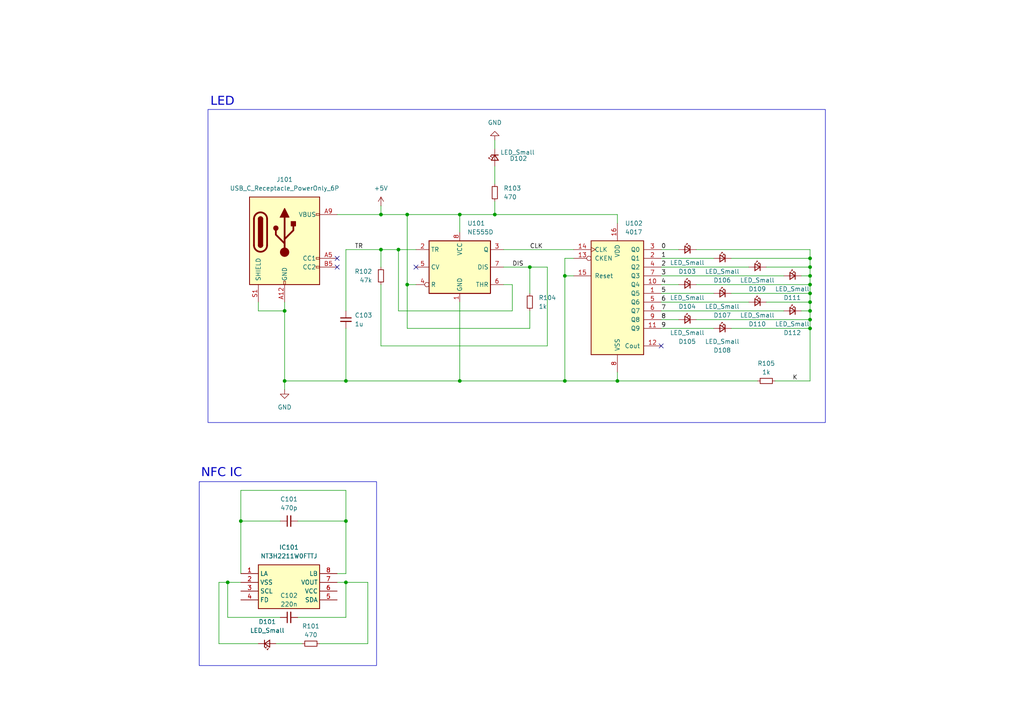
<source format=kicad_sch>
(kicad_sch (version 20250114) (generator "eeschema") (generator_version "9.0")
  (paper "A4")
  (lib_symbols
    (symbol "4xxx:4017" (pin_names (offset 1.016))
      (property "Reference" "U" (at -7.62 16.51 0))
      (property "Value" "4017" (at -7.62 -19.05 0))
      (symbol "4017_1_0"
        (pin input clock (at -12.7 12.7 0) (length 5.08) (name "CLK") (number "14"))
        (pin input inverted (at -12.7 10.16 0) (length 5.08) (name "CKEN") (number "13"))
        (pin input line (at -12.7 5.08 0) (length 5.08) (name "Reset") (number "15"))
        (pin power_in line (at 0 20.32 270) (length 5.08) (name "VDD") (number "16"))
        (pin power_in line (at 0 -22.86 90) (length 5.08) (name "VSS") (number "8"))
        (pin output line (at 12.7 12.7 180) (length 5.08) (name "Q0") (number "3"))
        (pin output line (at 12.7 10.16 180) (length 5.08) (name "Q1") (number "2"))
        (pin output line (at 12.7 7.62 180) (length 5.08) (name "Q2") (number "4"))
        (pin output line (at 12.7 5.08 180) (length 5.08) (name "Q3") (number "7"))
        (pin output line (at 12.7 2.54 180) (length 5.08) (name "Q4") (number "10"))
        (pin output line (at 12.7 0 180) (length 5.08) (name "Q5") (number "1"))
        (pin output line (at 12.7 -2.54 180) (length 5.08) (name "Q6") (number "5"))
        (pin output line (at 12.7 -5.08 180) (length 5.08) (name "Q7") (number "6"))
        (pin output line (at 12.7 -7.62 180) (length 5.08) (name "Q8") (number "9"))
        (pin output line (at 12.7 -10.16 180) (length 5.08) (name "Q9") (number "11"))
        (pin output line (at 12.7 -15.24 180) (length 5.08) (name "Cout") (number "12"))
      )
      (symbol "4017_1_1"
        (rectangle (start -7.62 15.24) (end 7.62 -17.78) (stroke (width 0.254)) (fill (type background)))
      )
    )
    (symbol "Connector:USB_C_Receptacle_PowerOnly_6P" (pin_names (offset 1.016))
      (property "Reference" "J" (at 0 16.51 0))
      (property "Value" "USB_C_Receptacle_PowerOnly_6P" (at 0 13.97 0))
      (symbol "USB_C_Receptacle_PowerOnly_6P_0_0"
        (rectangle (start -0.254 -12.7) (end 0.254 -11.684))
        (rectangle (start 10.16 7.874) (end 9.144 7.366))
        (rectangle (start 10.16 -4.826) (end 9.144 -5.334))
        (rectangle (start 10.16 -7.366) (end 9.144 -7.874))
      )
      (symbol "USB_C_Receptacle_PowerOnly_6P_0_1"
        (rectangle (start -10.16 12.7) (end 10.16 -12.7) (stroke (width 0.254)) (fill (type background)))
        (polyline (pts (xy -8.89 -1.27) (xy -8.89 6.35)) (stroke (width 0.508)))
        (rectangle (start -7.62 -1.27) (end -6.35 6.35) (stroke (width 0.254)) (fill (type outline)))
        (arc (start -7.62 6.35) (mid -6.985 6.9823) (end -6.35 6.35) (stroke (width 0.254)))
        (arc (start -7.62 6.35) (mid -6.985 6.9823) (end -6.35 6.35) (stroke (width 0.254)) (fill (type outline)))
        (arc (start -8.89 6.35) (mid -6.985 8.2467) (end -5.08 6.35) (stroke (width 0.508)))
        (arc (start -5.08 -1.27) (mid -6.985 -3.1667) (end -8.89 -1.27) (stroke (width 0.508)))
        (arc (start -6.35 -1.27) (mid -6.985 -1.9023) (end -7.62 -1.27) (stroke (width 0.254)))
        (arc (start -6.35 -1.27) (mid -6.985 -1.9023) (end -7.62 -1.27) (stroke (width 0.254)) (fill (type outline)))
        (polyline (pts (xy -5.08 6.35) (xy -5.08 -1.27)) (stroke (width 0.508)))
        (circle (center -2.54 3.683) (radius 0.635) (stroke (width 0.254)) (fill (type outline)))
        (polyline (pts (xy -1.27 6.858) (xy 0 9.398) (xy 1.27 6.858) (xy -1.27 6.858)) (stroke (width 0.254)) (fill (type outline)))
        (polyline (pts (xy 0 0.508) (xy 2.54 3.048) (xy 2.54 4.318)) (stroke (width 0.508)))
        (polyline (pts (xy 0 -0.762) (xy -2.54 1.778) (xy -2.54 3.048)) (stroke (width 0.508)))
        (polyline (pts (xy 0 -3.302) (xy 0 6.858)) (stroke (width 0.508)))
        (circle (center 0 -3.302) (radius 1.27) (fill (type outline)))
        (rectangle (start 1.905 4.318) (end 3.175 5.588) (stroke (width 0.254)) (fill (type outline)))
      )
      (symbol "USB_C_Receptacle_PowerOnly_6P_1_1"
        (pin passive line (at -7.62 -17.78 90) (length 5.08) (name "SHIELD") (number "S1"))
        (pin passive line (at 0 -17.78 90) (length 5.08) (name "GND") (number "A12"))
        (pin passive line (at 0 -17.78 90) (length 5.08) (hide yes) (name "GND") (number "B12"))
        (pin passive line (at 15.24 7.62 180) (length 5.08) (name "VBUS") (number "A9"))
        (pin passive line (at 15.24 7.62 180) (length 5.08) (hide yes) (name "VBUS") (number "B9"))
        (pin bidirectional line (at 15.24 -5.08 180) (length 5.08) (name "CC1") (number "A5"))
        (pin bidirectional line (at 15.24 -7.62 180) (length 5.08) (name "CC2") (number "B5"))
      )
    )
    (symbol "Device:C_Small" (pin_numbers (hide yes)) (pin_names (offset 0.254) (hide yes))
      (property "Reference" "C" (at 0.254 1.778 0))
      (property "Value" "C_Small" (at 0.254 -2.032 0))
      (symbol "C_Small_0_1"
        (polyline (pts (xy -1.524 0.508) (xy 1.524 0.508)) (stroke (width 0.3048)))
        (polyline (pts (xy -1.524 -0.508) (xy 1.524 -0.508)) (stroke (width 0.3302)))
      )
      (symbol "C_Small_1_1"
        (pin passive line (at 0 2.54 270) (length 2.032) (name "~") (number "1"))
        (pin passive line (at 0 -2.54 90) (length 2.032) (name "~") (number "2"))
      )
    )
    (symbol "Device:LED_Small" (pin_numbers (hide yes)) (pin_names (offset 0.254) (hide yes))
      (property "Reference" "D" (at -1.27 3.175 0))
      (property "Value" "LED_Small" (at -4.445 -2.54 0))
      (symbol "LED_Small_0_1"
        (polyline (pts (xy -0.762 -1.016) (xy -0.762 1.016)) (stroke (width 0.254)))
        (polyline (pts (xy 0 0.762) (xy -0.508 1.27) (xy -0.254 1.27) (xy -0.508 1.27) (xy -0.508 1.016)))
        (polyline (pts (xy 0.508 1.27) (xy 0 1.778) (xy 0.254 1.778) (xy 0 1.778) (xy 0 1.524)))
        (polyline (pts (xy 0.762 -1.016) (xy -0.762 0) (xy 0.762 1.016) (xy 0.762 -1.016)) (stroke (width 0.254)))
        (polyline (pts (xy 1.016 0) (xy -0.762 0)))
      )
      (symbol "LED_Small_1_1"
        (pin passive line (at -2.54 0 0) (length 1.778) (name "K") (number "1"))
        (pin passive line (at 2.54 0 180) (length 1.778) (name "A") (number "2"))
      )
    )
    (symbol "Device:R_Small" (pin_numbers (hide yes)) (pin_names (offset 0.254) (hide yes))
      (property "Reference" "R" (at 0.762 0.508 0))
      (property "Value" "R_Small" (at 0.762 -1.016 0))
      (symbol "R_Small_0_1"
        (rectangle (start -0.762 1.778) (end 0.762 -1.778) (stroke (width 0.2032)))
      )
      (symbol "R_Small_1_1"
        (pin passive line (at 0 2.54 270) (length 0.762) (name "~") (number "1"))
        (pin passive line (at 0 -2.54 90) (length 0.762) (name "~") (number "2"))
      )
    )
    (symbol "NT3H2211W0FTTJ:NT3H2211W0FTTJ"
      (property "Reference" "IC" (at 24.13 7.62 0))
      (property "Value" "NT3H2211W0FTTJ" (at 24.13 5.08 0))
      (symbol "NT3H2211W0FTTJ_1_1"
        (rectangle (start 5.08 2.54) (end 22.86 -10.16) (stroke (width 0.254)) (fill (type background)))
        (pin passive line (at 0 0 0) (length 5.08) (name "LA") (number "1"))
        (pin passive line (at 0 -2.54 0) (length 5.08) (name "VSS") (number "2"))
        (pin passive line (at 0 -5.08 0) (length 5.08) (name "SCL") (number "3"))
        (pin passive line (at 0 -7.62 0) (length 5.08) (name "FD") (number "4"))
        (pin passive line (at 27.94 0 180) (length 5.08) (name "LB") (number "8"))
        (pin passive line (at 27.94 -2.54 180) (length 5.08) (name "VOUT") (number "7"))
        (pin passive line (at 27.94 -5.08 180) (length 5.08) (name "VCC") (number "6"))
        (pin passive line (at 27.94 -7.62 180) (length 5.08) (name "SDA") (number "5"))
      )
    )
    (symbol "Timer:NE555D"
      (property "Reference" "U" (at -10.16 8.89 0))
      (property "Value" "NE555D" (at 2.54 8.89 0))
      (symbol "NE555D_0_0"
        (pin power_in line (at 0 10.16 270) (length 2.54) (name "VCC") (number "8"))
        (pin power_in line (at 0 -10.16 90) (length 2.54) (name "GND") (number "1"))
      )
      (symbol "NE555D_0_1"
        (rectangle (start -8.89 -7.62) (end 8.89 7.62) (stroke (width 0.254)) (fill (type background)))
        (rectangle (start -8.89 -7.62) (end 8.89 7.62) (stroke (width 0.254)) (fill (type background)))
      )
      (symbol "NE555D_1_1"
        (pin input line (at -12.7 5.08 0) (length 3.81) (name "TR") (number "2"))
        (pin input line (at -12.7 0 0) (length 3.81) (name "CV") (number "5"))
        (pin input inverted (at -12.7 -5.08 0) (length 3.81) (name "R") (number "4"))
        (pin output line (at 12.7 5.08 180) (length 3.81) (name "Q") (number "3"))
        (pin input line (at 12.7 0 180) (length 3.81) (name "DIS") (number "7"))
        (pin input line (at 12.7 -5.08 180) (length 3.81) (name "THR") (number "6"))
      )
    )
    (symbol "power:+5V" (power) (pin_numbers (hide yes)) (pin_names (offset 0) (hide yes))
      (property "Value" "+5V" (at 0 3.556 0))
      (symbol "+5V_0_1"
        (polyline (pts (xy -0.762 1.27) (xy 0 2.54)))
        (polyline (pts (xy 0 2.54) (xy 0.762 1.27)))
        (polyline (pts (xy 0 0) (xy 0 2.54)))
      )
      (symbol "+5V_1_1"
        (pin power_in line (at 0 0 90) (length 0) (name "~") (number "1"))
      )
    )
    (symbol "power:GND" (power) (pin_numbers (hide yes)) (pin_names (offset 0) (hide yes))
      (property "Value" "GND" (at 0 -3.81 0))
      (symbol "GND_0_1"
        (polyline (pts (xy 0 0) (xy 0 -1.27) (xy 1.27 -1.27) (xy 0 -2.54) (xy -1.27 -1.27) (xy 0 -1.27)))
      )
      (symbol "GND_1_1"
        (pin power_in line (at 0 0 270) (length 0) (name "~") (number "1"))
      )
    )
  )
  (rectangle (start 57.785 139.7) (end 109.22 193.04))
  (rectangle (start 60.325 31.75) (end 239.395 122.555))
  (text "LED" (at 64.516 30.226 0) (effects (font (size 2.54 2.54))))
  (text "NFC IC" (at 64.262 137.922 0) (effects (font (size 2.54 2.54))))
  (junction (at 234.95 77.47))
  (junction (at 133.35 62.23))
  (junction (at 133.35 110.49))
  (junction (at 163.83 80.01))
  (junction (at 234.95 87.63))
  (junction (at 118.11 62.23))
  (junction (at 163.83 110.49))
  (junction (at 234.95 95.25))
  (junction (at 118.11 82.55))
  (junction (at 234.95 90.17))
  (junction (at 115.57 72.39))
  (junction (at 66.04 168.91))
  (junction (at 110.49 62.23))
  (junction (at 234.95 92.71))
  (junction (at 100.33 110.49))
  (junction (at 110.49 72.39))
  (junction (at 69.85 151.13))
  (junction (at 234.95 82.55))
  (junction (at 234.95 85.09))
  (junction (at 143.51 62.23))
  (junction (at 82.55 90.17))
  (junction (at 179.07 110.49))
  (junction (at 100.33 151.13))
  (junction (at 234.95 74.93))
  (junction (at 82.55 110.49))
  (junction (at 234.95 80.01))
  (junction (at 100.33 168.91))
  (junction (at 153.67 77.47))
  (no_connect (at 97.79 77.47))
  (no_connect (at 191.77 100.33))
  (no_connect (at 97.79 74.93))
  (no_connect (at 120.65 77.47))
  (wire (pts (xy 234.95 87.63) (xy 234.95 90.17)))
  (wire (pts (xy 201.93 72.39) (xy 234.95 72.39)))
  (wire (pts (xy 66.04 179.07) (xy 66.04 168.91)))
  (wire (pts (xy 163.83 80.01) (xy 163.83 110.49)))
  (wire (pts (xy 191.77 87.63) (xy 217.17 87.63)))
  (wire (pts (xy 148.59 90.17) (xy 115.57 90.17)))
  (wire (pts (xy 106.68 168.91) (xy 100.33 168.91)))
  (wire (pts (xy 100.33 95.25) (xy 100.33 110.49)))
  (wire (pts (xy 106.68 186.69) (xy 106.68 168.91)))
  (wire (pts (xy 63.5 168.91) (xy 66.04 168.91)))
  (wire (pts (xy 201.93 92.71) (xy 234.95 92.71)))
  (wire (pts (xy 163.83 110.49) (xy 133.35 110.49)))
  (wire (pts (xy 118.11 82.55) (xy 118.11 62.23)))
  (wire (pts (xy 163.83 80.01) (xy 166.37 80.01)))
  (wire (pts (xy 232.41 80.01) (xy 234.95 80.01)))
  (wire (pts (xy 191.77 80.01) (xy 227.33 80.01)))
  (wire (pts (xy 120.65 82.55) (xy 118.11 82.55)))
  (wire (pts (xy 69.85 151.13) (xy 81.28 151.13)))
  (wire (pts (xy 110.49 82.55) (xy 110.49 100.33)))
  (wire (pts (xy 146.05 77.47) (xy 153.67 77.47)))
  (wire (pts (xy 69.85 151.13) (xy 69.85 166.37)))
  (wire (pts (xy 66.04 168.91) (xy 69.85 168.91)))
  (wire (pts (xy 146.05 82.55) (xy 148.59 82.55)))
  (wire (pts (xy 153.67 95.25) (xy 118.11 95.25)))
  (wire (pts (xy 179.07 107.95) (xy 179.07 110.49)))
  (wire (pts (xy 201.93 82.55) (xy 234.95 82.55)))
  (wire (pts (xy 234.95 85.09) (xy 234.95 87.63)))
  (wire (pts (xy 191.77 92.71) (xy 196.85 92.71)))
  (wire (pts (xy 191.77 77.47) (xy 217.17 77.47)))
  (wire (pts (xy 212.09 85.09) (xy 234.95 85.09)))
  (wire (pts (xy 234.95 74.93) (xy 234.95 77.47)))
  (wire (pts (xy 69.85 142.24) (xy 69.85 151.13)))
  (wire (pts (xy 110.49 72.39) (xy 115.57 72.39)))
  (wire (pts (xy 143.51 48.26) (xy 143.51 53.34)))
  (wire (pts (xy 234.95 72.39) (xy 234.95 74.93)))
  (wire (pts (xy 222.25 77.47) (xy 234.95 77.47)))
  (wire (pts (xy 191.77 90.17) (xy 227.33 90.17)))
  (wire (pts (xy 100.33 72.39) (xy 110.49 72.39)))
  (wire (pts (xy 234.95 95.25) (xy 234.95 110.49)))
  (wire (pts (xy 82.55 90.17) (xy 82.55 110.49)))
  (wire (pts (xy 80.01 186.69) (xy 87.63 186.69)))
  (wire (pts (xy 100.33 142.24) (xy 100.33 151.13)))
  (wire (pts (xy 179.07 110.49) (xy 163.83 110.49)))
  (wire (pts (xy 82.55 87.63) (xy 82.55 90.17)))
  (wire (pts (xy 158.75 77.47) (xy 153.67 77.47)))
  (wire (pts (xy 133.35 62.23) (xy 143.51 62.23)))
  (wire (pts (xy 115.57 90.17) (xy 115.57 72.39)))
  (wire (pts (xy 118.11 62.23) (xy 133.35 62.23)))
  (wire (pts (xy 110.49 62.23) (xy 118.11 62.23)))
  (wire (pts (xy 191.77 72.39) (xy 196.85 72.39)))
  (wire (pts (xy 143.51 62.23) (xy 179.07 62.23)))
  (wire (pts (xy 158.75 100.33) (xy 158.75 77.47)))
  (wire (pts (xy 74.93 90.17) (xy 82.55 90.17)))
  (wire (pts (xy 234.95 82.55) (xy 234.95 85.09)))
  (wire (pts (xy 153.67 77.47) (xy 153.67 85.09)))
  (wire (pts (xy 100.33 151.13) (xy 100.33 166.37)))
  (wire (pts (xy 74.93 186.69) (xy 63.5 186.69)))
  (wire (pts (xy 234.95 92.71) (xy 234.95 95.25)))
  (wire (pts (xy 143.51 40.64) (xy 143.51 43.18)))
  (wire (pts (xy 100.33 166.37) (xy 97.79 166.37)))
  (wire (pts (xy 224.79 110.49) (xy 234.95 110.49)))
  (wire (pts (xy 153.67 90.17) (xy 153.67 95.25)))
  (wire (pts (xy 212.09 74.93) (xy 234.95 74.93)))
  (wire (pts (xy 179.07 110.49) (xy 219.71 110.49)))
  (wire (pts (xy 118.11 95.25) (xy 118.11 82.55)))
  (wire (pts (xy 232.41 90.17) (xy 234.95 90.17)))
  (wire (pts (xy 146.05 72.39) (xy 166.37 72.39)))
  (wire (pts (xy 234.95 90.17) (xy 234.95 92.71)))
  (wire (pts (xy 222.25 87.63) (xy 234.95 87.63)))
  (wire (pts (xy 100.33 168.91) (xy 100.33 179.07)))
  (wire (pts (xy 97.79 62.23) (xy 110.49 62.23)))
  (wire (pts (xy 63.5 186.69) (xy 63.5 168.91)))
  (wire (pts (xy 191.77 85.09) (xy 207.01 85.09)))
  (wire (pts (xy 166.37 74.93) (xy 163.83 74.93)))
  (wire (pts (xy 163.83 74.93) (xy 163.83 80.01)))
  (wire (pts (xy 179.07 62.23) (xy 179.07 64.77)))
  (wire (pts (xy 191.77 95.25) (xy 207.01 95.25)))
  (wire (pts (xy 74.93 87.63) (xy 74.93 90.17)))
  (wire (pts (xy 110.49 77.47) (xy 110.49 72.39)))
  (wire (pts (xy 191.77 82.55) (xy 196.85 82.55)))
  (wire (pts (xy 212.09 95.25) (xy 234.95 95.25)))
  (wire (pts (xy 143.51 58.42) (xy 143.51 62.23)))
  (wire (pts (xy 100.33 110.49) (xy 133.35 110.49)))
  (wire (pts (xy 92.71 186.69) (xy 106.68 186.69)))
  (wire (pts (xy 82.55 110.49) (xy 100.33 110.49)))
  (wire (pts (xy 110.49 59.69) (xy 110.49 62.23)))
  (wire (pts (xy 82.55 110.49) (xy 82.55 113.03)))
  (wire (pts (xy 86.36 151.13) (xy 100.33 151.13)))
  (wire (pts (xy 81.28 179.07) (xy 66.04 179.07)))
  (wire (pts (xy 100.33 179.07) (xy 86.36 179.07)))
  (wire (pts (xy 148.59 82.55) (xy 148.59 90.17)))
  (wire (pts (xy 69.85 142.24) (xy 100.33 142.24)))
  (wire (pts (xy 115.57 72.39) (xy 120.65 72.39)))
  (wire (pts (xy 133.35 67.31) (xy 133.35 62.23)))
  (wire (pts (xy 110.49 100.33) (xy 158.75 100.33)))
  (wire (pts (xy 234.95 80.01) (xy 234.95 82.55)))
  (wire (pts (xy 133.35 110.49) (xy 133.35 87.63)))
  (wire (pts (xy 100.33 90.17) (xy 100.33 72.39)))
  (wire (pts (xy 234.95 77.47) (xy 234.95 80.01)))
  (wire (pts (xy 191.77 74.93) (xy 207.01 74.93)))
  (wire (pts (xy 100.33 168.91) (xy 97.79 168.91)))
  (label "0" (at 191.77 72.39 0))
  (label "7" (at 191.77 90.17 0))
  (label "3" (at 191.77 80.01 0))
  (label "9" (at 191.77 95.25 0))
  (label "1" (at 191.77 74.93 0))
  (label "DIS" (at 148.59 77.47 0))
  (label "4" (at 191.77 82.55 0))
  (label "5" (at 191.77 85.09 0))
  (label "8" (at 191.77 92.71 0))
  (label "K" (at 229.87 110.49 0))
  (label "TR" (at 102.87 72.39 0))
  (label "CLK" (at 153.67 72.39 0))
  (label "2" (at 191.77 77.47 0))
  (label "6" (at 191.77 87.63 0))
  (symbol (lib_id "Timer:NE555D") (at 133.35 77.47 0) (unit 1)
    (property "Reference" "U101" (at 135.5441 64.77 0) (effects (justify left)))
    (property "Value" "NE555D" (at 135.5441 67.31 0) (effects (justify left)))
    (property "Footprint" "Package_SO:SOIC-8_3.9x4.9mm_P1.27mm" (effects (hide yes)))
    (property "Datasheet" "http://www.ti.com/lit/ds/symlink/ne555.pdf" (effects (hide yes)))
    (property "Description" "Precision Timers, 555 compatible, SOIC-8" (effects (hide yes)))
  )
  (symbol (lib_id "NT3H2211W0FTTJ:NT3H2211W0FTTJ") (at 69.85 166.37 0) (unit 1)
    (property "Reference" "IC101" (at 83.82 158.75 0))
    (property "Value" "NT3H2211W0FTTJ" (at 83.82 161.29 0))
    (property "Footprint" "SOP65P490X110-8N" (effects (hide yes)))
    (property "Datasheet" "http://www.nxp.com/docs/en/data-sheet/NT3H2111_2211.pdf" (effects (hide yes)))
    (property "Description" "RFID Transponders NTAG I C <i>plus</i> 2K, NFC Forum Type 2 Tag with I C interface optimized for entry-level NFC applications" (effects (hide yes)))
    (property "Height" "1.1" (effects (hide yes)))
    (property "Mouser Part Number" "771-NT3H2211W0FTTJ" (effects (hide yes)))
    (property "Mouser Price/Stock" "https://www.mouser.co.uk/ProductDetail/NXP-Semiconductors/NT3H2211W0FTTJ?qs=5ptrxOxu%252BRZJZX9GB78j7w%3D%3D" (effects (hide yes)))
    (property "Manufacturer_Name" "NXP" (effects (hide yes)))
    (property "Manufacturer_Part_Number" "NT3H2211W0FTTJ" (effects (hide yes)))
  )
  (symbol (lib_id "Device:LED_Small") (at 209.55 74.93 0) (mirror y) (unit 1)
    (property "Reference" "D106" (at 209.4865 81.28 0))
    (property "Value" "LED_Small" (at 209.4865 78.74 0))
    (property "Footprint" "LED_SMD:LED_0402_1005Metric" (effects (hide yes)))
    (property "Description" "Light emitting diode, small symbol" (effects (hide yes)))
  )
  (symbol (lib_id "Device:R_Small") (at 143.51 55.88 180) (unit 1)
    (property "Reference" "R103" (at 146.05 54.6099 0) (effects (justify right)))
    (property "Value" "470" (at 146.05 57.1499 0) (effects (justify right)))
    (property "Footprint" "Resistor_SMD:R_0402_1005Metric" (effects (hide yes)))
    (property "Description" "Resistor, small symbol" (effects (hide yes)))
  )
  (symbol (lib_id "Device:LED_Small") (at 209.55 85.09 0) (mirror y) (unit 1)
    (property "Reference" "D107" (at 209.4865 91.44 0))
    (property "Value" "LED_Small" (at 209.4865 88.9 0))
    (property "Footprint" "LED_SMD:LED_0402_1005Metric" (effects (hide yes)))
    (property "Description" "Light emitting diode, small symbol" (effects (hide yes)))
  )
  (symbol (lib_id "Device:C_Small") (at 83.82 179.07 90) (unit 1)
    (property "Reference" "C102" (at 83.8263 172.72 90))
    (property "Value" "220n" (at 83.8263 175.26 90))
    (property "Footprint" "Capacitor_SMD:C_0402_1005Metric" (effects (hide yes)))
    (property "Description" "Unpolarized capacitor, small symbol" (effects (hide yes)))
  )
  (symbol (lib_id "Device:LED_Small") (at 219.71 77.47 0) (mirror y) (unit 1)
    (property "Reference" "D109" (at 219.6465 83.82 0))
    (property "Value" "LED_Small" (at 219.6465 81.28 0))
    (property "Footprint" "LED_SMD:LED_0402_1005Metric" (effects (hide yes)))
    (property "Description" "Light emitting diode, small symbol" (effects (hide yes)))
  )
  (symbol (lib_id "power:GND") (at 82.55 113.03 0) (unit 1)
    (property "Reference" "#PWR0101" (effects (hide yes)))
    (property "Value" "GND" (at 82.55 118.11 0))
    (property "Description" "Power symbol creates a global label with name \"GND\" , ground" (effects (hide yes)))
  )
  (symbol (lib_id "Device:R_Small") (at 222.25 110.49 90) (unit 1)
    (property "Reference" "R105" (at 222.25 105.41 90))
    (property "Value" "1k" (at 222.25 107.95 90))
    (property "Footprint" "Resistor_SMD:R_0402_1005Metric" (effects (hide yes)))
    (property "Description" "Resistor, small symbol" (effects (hide yes)))
  )
  (symbol (lib_id "Device:LED_Small") (at 229.87 90.17 0) (mirror y) (unit 1)
    (property "Reference" "D112" (at 229.8065 96.52 0))
    (property "Value" "LED_Small" (at 229.8065 93.98 0))
    (property "Footprint" "LED_SMD:LED_0402_1005Metric" (effects (hide yes)))
    (property "Description" "Light emitting diode, small symbol" (effects (hide yes)))
  )
  (symbol (lib_id "Device:R_Small") (at 90.17 186.69 90) (unit 1)
    (property "Reference" "R101" (at 90.17 181.61 90))
    (property "Value" "470" (at 90.17 184.15 90))
    (property "Footprint" "Resistor_SMD:R_0402_1005Metric" (effects (hide yes)))
    (property "Description" "Resistor, small symbol" (effects (hide yes)))
  )
  (symbol (lib_id "Device:LED_Small") (at 199.39 72.39 0) (mirror y) (unit 1)
    (property "Reference" "D103" (at 199.3265 78.74 0))
    (property "Value" "LED_Small" (at 199.3265 76.2 0))
    (property "Footprint" "LED_SMD:LED_0402_1005Metric" (effects (hide yes)))
    (property "Description" "Light emitting diode, small symbol" (effects (hide yes)))
  )
  (symbol (lib_id "Device:R_Small") (at 153.67 87.63 0) (unit 1)
    (property "Reference" "R104" (at 156.21 86.3599 0) (effects (justify left)))
    (property "Value" "1k" (at 156.21 88.8999 0) (effects (justify left)))
    (property "Footprint" "Resistor_SMD:R_0402_1005Metric" (effects (hide yes)))
    (property "Description" "Resistor, small symbol" (effects (hide yes)))
  )
  (symbol (lib_id "Device:LED_Small") (at 219.71 87.63 0) (mirror y) (unit 1)
    (property "Reference" "D110" (at 219.6465 93.98 0))
    (property "Value" "LED_Small" (at 219.6465 91.44 0))
    (property "Footprint" "LED_SMD:LED_0402_1005Metric" (effects (hide yes)))
    (property "Description" "Light emitting diode, small symbol" (effects (hide yes)))
  )
  (symbol (lib_id "Device:LED_Small") (at 199.39 92.71 0) (mirror y) (unit 1)
    (property "Reference" "D105" (at 199.3265 99.06 0))
    (property "Value" "LED_Small" (at 199.3265 96.52 0))
    (property "Footprint" "LED_SMD:LED_0402_1005Metric" (effects (hide yes)))
    (property "Description" "Light emitting diode, small symbol" (effects (hide yes)))
  )
  (symbol (lib_id "Device:LED_Small") (at 143.51 45.72 90) (mirror x) (unit 1)
    (property "Reference" "D102" (at 150.368 45.974 90))
    (property "Value" "LED_Small" (at 150.114 44.196 90))
    (property "Footprint" "LED_SMD:LED_0402_1005Metric" (effects (hide yes)))
    (property "Description" "Light emitting diode, small symbol" (effects (hide yes)))
  )
  (symbol (lib_id "Connector:USB_C_Receptacle_PowerOnly_6P") (at 82.55 69.85 0) (unit 1)
    (property "Reference" "J101" (at 82.55 52.07 0))
    (property "Value" "USB_C_Receptacle_PowerOnly_6P" (at 82.55 54.61 0))
    (property "Footprint" "Connector_USB:USB_C_Receptacle_GCT_USB4135-GF-A_6P_TopMnt_Horizontal" (effects (hide yes)))
    (property "Datasheet" "https://www.usb.org/sites/default/files/documents/usb_type-c.zip" (effects (hide yes)))
    (property "Description" "USB Power-Only 6P Type-C Receptacle connector" (effects (hide yes)))
  )
  (symbol (lib_id "Device:C_Small") (at 100.33 92.71 0) (unit 1)
    (property "Reference" "C103" (at 102.87 91.4462 0) (effects (justify left)))
    (property "Value" "1u" (at 102.87 93.9862 0) (effects (justify left)))
    (property "Footprint" "Capacitor_SMD:C_0402_1005Metric" (effects (hide yes)))
    (property "Description" "Unpolarized capacitor, small symbol" (effects (hide yes)))
  )
  (symbol (lib_id "Device:LED_Small") (at 77.47 186.69 0) (mirror x) (unit 1)
    (property "Reference" "D101" (at 77.5335 180.34 0))
    (property "Value" "LED_Small" (at 77.5335 182.88 0))
    (property "Footprint" "LED_SMD:LED_0402_1005Metric" (effects (hide yes)))
    (property "Description" "Light emitting diode, small symbol" (effects (hide yes)))
  )
  (symbol (lib_id "Device:LED_Small") (at 209.55 95.25 0) (mirror y) (unit 1)
    (property "Reference" "D108" (at 209.4865 101.6 0))
    (property "Value" "LED_Small" (at 209.4865 99.06 0))
    (property "Footprint" "LED_SMD:LED_0402_1005Metric" (effects (hide yes)))
    (property "Description" "Light emitting diode, small symbol" (effects (hide yes)))
  )
  (symbol (lib_id "Device:R_Small") (at 110.49 80.01 0) (mirror y) (unit 1)
    (property "Reference" "R102" (at 107.95 78.7399 0) (effects (justify left)))
    (property "Value" "47k" (at 107.95 81.2799 0) (effects (justify left)))
    (property "Footprint" "Resistor_SMD:R_0402_1005Metric" (effects (hide yes)))
    (property "Description" "Resistor, small symbol" (effects (hide yes)))
  )
  (symbol (lib_id "Device:LED_Small") (at 199.39 82.55 0) (mirror y) (unit 1)
    (property "Reference" "D104" (at 199.3265 88.9 0))
    (property "Value" "LED_Small" (at 199.3265 86.36 0))
    (property "Footprint" "LED_SMD:LED_0402_1005Metric" (effects (hide yes)))
    (property "Description" "Light emitting diode, small symbol" (effects (hide yes)))
  )
  (symbol (lib_id "power:+5V") (at 110.49 59.69 0) (unit 1)
    (property "Reference" "#PWR0102" (effects (hide yes)))
    (property "Value" "+5V" (at 110.49 54.61 0))
    (property "Description" "Power symbol creates a global label with name \"+5V\"" (effects (hide yes)))
  )
  (symbol (lib_id "Device:LED_Small") (at 229.87 80.01 0) (mirror y) (unit 1)
    (property "Reference" "D111" (at 229.8065 86.36 0))
    (property "Value" "LED_Small" (at 229.8065 83.82 0))
    (property "Footprint" "LED_SMD:LED_0402_1005Metric" (effects (hide yes)))
    (property "Description" "Light emitting diode, small symbol" (effects (hide yes)))
  )
  (symbol (lib_id "power:GND") (at 143.51 40.64 180) (unit 1)
    (property "Reference" "#PWR0103" (effects (hide yes)))
    (property "Value" "GND" (at 143.51 35.56 0))
    (property "Description" "Power symbol creates a global label with name \"GND\" , ground" (effects (hide yes)))
  )
  (symbol (lib_id "4xxx:4017") (at 179.07 85.09 0) (unit 1)
    (property "Reference" "U102" (at 181.2641 64.77 0) (effects (justify left)))
    (property "Value" "4017" (at 181.2641 67.31 0) (effects (justify left)))
    (property "Footprint" "Package_SO:SOP-16_3.9x9.9mm_P1.27mm" (effects (hide yes)))
    (property "Datasheet" "http://www.intersil.com/content/dam/Intersil/documents/cd40/cd4017bms-22bms.pdf" (effects (hide yes)))
    (property "Description" "Johnson Counter ( 10 outputs )" (effects (hide yes)))
  )
  (symbol (lib_id "Device:C_Small") (at 83.82 151.13 90) (unit 1)
    (property "Reference" "C101" (at 83.8263 144.78 90))
    (property "Value" "470p" (at 83.8263 147.32 90))
    (property "Footprint" "Capacitor_SMD:C_0402_1005Metric" (effects (hide yes)))
    (property "Description" "Unpolarized capacitor, small symbol" (effects (hide yes)))
  )
)
</source>
